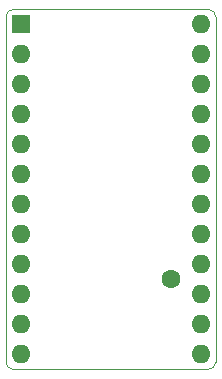
<source format=gbr>
%TF.GenerationSoftware,KiCad,Pcbnew,5.1.6+dfsg1-1~bpo10+1*%
%TF.CreationDate,Date%
%TF.ProjectId,ProMicro_LOG,50726f4d-6963-4726-9f5f-4c4f472e6b69,v1.2*%
%TF.SameCoordinates,Original*%
%TF.FileFunction,Soldermask,Bot*%
%TF.FilePolarity,Negative*%
%FSLAX45Y45*%
G04 Gerber Fmt 4.5, Leading zero omitted, Abs format (unit mm)*
G04 Created by KiCad*
%MOMM*%
%LPD*%
G01*
G04 APERTURE LIST*
%TA.AperFunction,Profile*%
%ADD10C,0.100000*%
%TD*%
%ADD11R,1.600000X1.600000*%
%ADD12O,1.600000X1.600000*%
%ADD13C,1.600000*%
G04 APERTURE END LIST*
D10*
X-63500Y127000D02*
G75*
G03*
X-127000Y63500I0J-63500D01*
G01*
X1651000Y63500D02*
G75*
G03*
X1587500Y127000I-63500J0D01*
G01*
X1587500Y-2921000D02*
G75*
G03*
X1651000Y-2857500I0J63500D01*
G01*
X-127000Y-2857500D02*
G75*
G03*
X-63500Y-2921000I63500J0D01*
G01*
X-127000Y63500D02*
X-127000Y-2857500D01*
X1587500Y127000D02*
X-63500Y127000D01*
X1651000Y-2857500D02*
X1651000Y63500D01*
X-63500Y-2921000D02*
X1587500Y-2921000D01*
D11*
X0Y0D03*
D12*
X0Y-254000D03*
X0Y-508000D03*
X1524000Y-2794000D03*
X0Y-762000D03*
X1524000Y-2540000D03*
X0Y-1016000D03*
X1524000Y-2286000D03*
X0Y-1270000D03*
X1524000Y-2032000D03*
X0Y-1524000D03*
X1524000Y-1778000D03*
X0Y-1778000D03*
X1524000Y-1524000D03*
X0Y-2032000D03*
X1524000Y-1270000D03*
X0Y-2286000D03*
X1524000Y-1016000D03*
X0Y-2540000D03*
X1524000Y-762000D03*
X0Y-2794000D03*
X1524000Y-508000D03*
X1524000Y-254000D03*
X1524000Y0D03*
D13*
X1270000Y-2159000D03*
M02*

</source>
